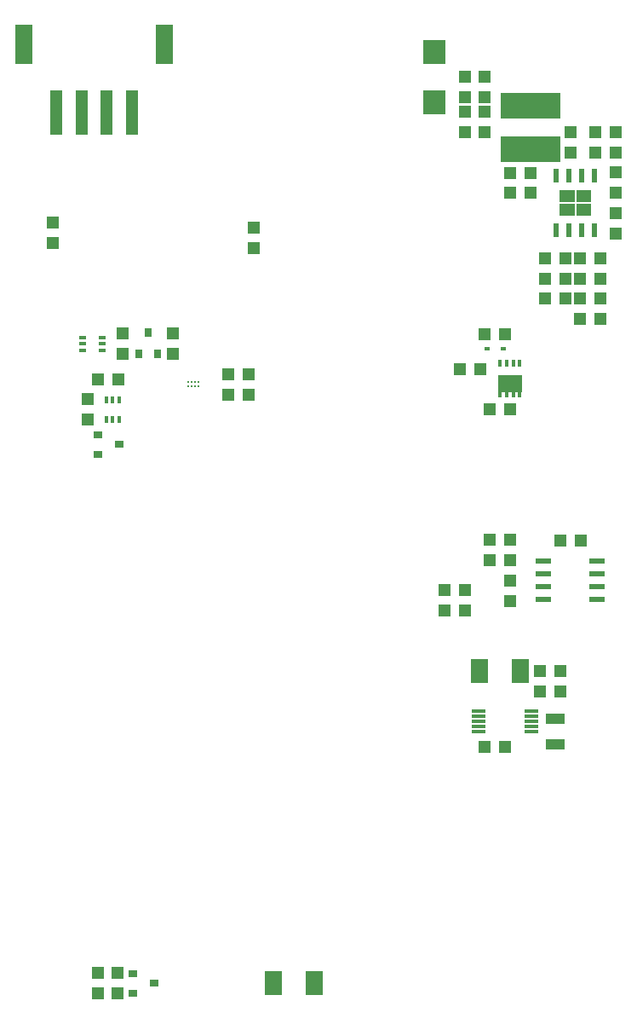
<source format=gbr>
G04 EAGLE Gerber RS-274X export*
G75*
%MOMM*%
%FSLAX34Y34*%
%LPD*%
%INSolderpaste Top*%
%IPPOS*%
%AMOC8*
5,1,8,0,0,1.08239X$1,22.5*%
G01*
%ADD10R,1.538200X0.558000*%
%ADD11R,1.300000X1.200000*%
%ADD12R,1.200000X1.300000*%
%ADD13R,0.558000X1.416800*%
%ADD14R,0.420000X0.700000*%
%ADD15R,0.420000X0.540000*%
%ADD16R,2.370000X1.710000*%
%ADD17R,0.538000X0.400000*%
%ADD18R,6.000000X2.500000*%
%ADD19R,2.203600X2.368000*%
%ADD20R,0.900000X0.800000*%
%ADD21R,1.295400X4.495800*%
%ADD22R,1.803400X3.911600*%
%ADD23R,1.800000X2.400000*%
%ADD24R,0.210000X0.210000*%
%ADD25R,0.800000X0.900000*%
%ADD26R,1.419200X0.297100*%
%ADD27R,1.900000X1.100000*%
%ADD28R,0.400000X0.800000*%
%ADD29R,0.800000X0.400000*%

G36*
X610766Y815875D02*
X610766Y815875D01*
X610768Y815874D01*
X610811Y815894D01*
X610855Y815912D01*
X610855Y815914D01*
X610857Y815915D01*
X610890Y816000D01*
X610890Y827589D01*
X610889Y827591D01*
X610890Y827593D01*
X610870Y827636D01*
X610852Y827680D01*
X610850Y827680D01*
X610849Y827682D01*
X610764Y827715D01*
X596000Y827715D01*
X595998Y827714D01*
X595996Y827715D01*
X595953Y827695D01*
X595909Y827677D01*
X595909Y827675D01*
X595907Y827674D01*
X595874Y827589D01*
X595874Y816000D01*
X595875Y815998D01*
X595874Y815996D01*
X595894Y815953D01*
X595912Y815909D01*
X595914Y815909D01*
X595915Y815907D01*
X596000Y815874D01*
X610764Y815874D01*
X610766Y815875D01*
G37*
G36*
X594002Y815875D02*
X594002Y815875D01*
X594004Y815874D01*
X594047Y815894D01*
X594091Y815912D01*
X594091Y815914D01*
X594093Y815915D01*
X594126Y816000D01*
X594126Y827589D01*
X594125Y827591D01*
X594126Y827593D01*
X594106Y827636D01*
X594088Y827680D01*
X594086Y827680D01*
X594085Y827682D01*
X594000Y827715D01*
X579236Y827715D01*
X579234Y827714D01*
X579232Y827715D01*
X579189Y827695D01*
X579145Y827677D01*
X579145Y827675D01*
X579143Y827674D01*
X579110Y827589D01*
X579110Y816000D01*
X579111Y815998D01*
X579110Y815996D01*
X579130Y815953D01*
X579148Y815909D01*
X579150Y815909D01*
X579151Y815907D01*
X579236Y815874D01*
X594000Y815874D01*
X594002Y815875D01*
G37*
G36*
X610766Y802286D02*
X610766Y802286D01*
X610768Y802285D01*
X610811Y802305D01*
X610855Y802323D01*
X610855Y802325D01*
X610857Y802326D01*
X610890Y802411D01*
X610890Y814000D01*
X610889Y814002D01*
X610890Y814004D01*
X610870Y814047D01*
X610852Y814091D01*
X610850Y814091D01*
X610849Y814093D01*
X610764Y814126D01*
X596000Y814126D01*
X595998Y814125D01*
X595996Y814126D01*
X595953Y814106D01*
X595909Y814088D01*
X595909Y814086D01*
X595907Y814085D01*
X595874Y814000D01*
X595874Y802411D01*
X595875Y802409D01*
X595874Y802407D01*
X595894Y802364D01*
X595912Y802320D01*
X595914Y802320D01*
X595915Y802318D01*
X596000Y802285D01*
X610764Y802285D01*
X610766Y802286D01*
G37*
G36*
X594002Y802286D02*
X594002Y802286D01*
X594004Y802285D01*
X594047Y802305D01*
X594091Y802323D01*
X594091Y802325D01*
X594093Y802326D01*
X594126Y802411D01*
X594126Y814000D01*
X594125Y814002D01*
X594126Y814004D01*
X594106Y814047D01*
X594088Y814091D01*
X594086Y814091D01*
X594085Y814093D01*
X594000Y814126D01*
X579236Y814126D01*
X579234Y814125D01*
X579232Y814126D01*
X579189Y814106D01*
X579145Y814088D01*
X579145Y814086D01*
X579143Y814085D01*
X579110Y814000D01*
X579110Y802411D01*
X579111Y802409D01*
X579110Y802407D01*
X579130Y802364D01*
X579148Y802320D01*
X579150Y802320D01*
X579151Y802318D01*
X579236Y802285D01*
X594000Y802285D01*
X594002Y802286D01*
G37*
D10*
X616797Y420950D03*
X616797Y433650D03*
X616797Y446350D03*
X616797Y459050D03*
X563203Y459050D03*
X563203Y446350D03*
X563203Y433650D03*
X563203Y420950D03*
D11*
X510000Y459840D03*
X510000Y480160D03*
D12*
X579840Y480000D03*
X600160Y480000D03*
D11*
X530000Y459840D03*
X530000Y480160D03*
X529975Y440210D03*
X529975Y419890D03*
D13*
X575950Y788104D03*
X588650Y788104D03*
X601350Y788104D03*
X614050Y788104D03*
X614050Y841896D03*
X601350Y841896D03*
X588650Y841896D03*
X575950Y841896D03*
D14*
X539750Y655978D03*
X533250Y655978D03*
X526750Y655978D03*
X520250Y655978D03*
D15*
X520250Y624222D03*
X526750Y624222D03*
X533250Y624222D03*
X539750Y624222D03*
D16*
X530000Y635450D03*
D12*
X530160Y610000D03*
X509840Y610000D03*
D17*
X522956Y670000D03*
X507044Y670000D03*
D12*
X525160Y685000D03*
X504840Y685000D03*
X479840Y650000D03*
X500160Y650000D03*
X599840Y700000D03*
X620160Y700000D03*
X599840Y720000D03*
X620160Y720000D03*
X585160Y720000D03*
X564840Y720000D03*
X585160Y740000D03*
X564840Y740000D03*
X599840Y740000D03*
X620160Y740000D03*
X599840Y760000D03*
X620160Y760000D03*
X585160Y760000D03*
X564840Y760000D03*
D11*
X635000Y864840D03*
X635000Y885160D03*
X635000Y784840D03*
X635000Y805160D03*
D12*
X529840Y825000D03*
X550160Y825000D03*
X550160Y845000D03*
X529840Y845000D03*
D11*
X635000Y824840D03*
X635000Y845160D03*
X615000Y885160D03*
X615000Y864840D03*
X590000Y885160D03*
X590000Y864840D03*
D18*
X550000Y868250D03*
X550000Y911250D03*
D11*
X505000Y905160D03*
X505000Y884840D03*
X505000Y919840D03*
X505000Y940160D03*
X485000Y905160D03*
X485000Y884840D03*
X485000Y919840D03*
X485000Y940160D03*
D19*
X455000Y915288D03*
X455000Y964712D03*
D20*
X120000Y584500D03*
X120000Y565500D03*
X141000Y575000D03*
D12*
X119840Y640000D03*
X140160Y640000D03*
D11*
X110000Y620160D03*
X110000Y599840D03*
D21*
X154000Y904479D03*
X129000Y904479D03*
X104000Y904479D03*
X79000Y904479D03*
D22*
X186000Y972479D03*
X47000Y972479D03*
D11*
X140000Y29840D03*
X140000Y50160D03*
X120000Y29840D03*
X120000Y50160D03*
D23*
X335250Y40000D03*
X294750Y40000D03*
D12*
X580160Y330000D03*
X559840Y330000D03*
X525160Y275000D03*
X504840Y275000D03*
D11*
X485000Y430160D03*
X485000Y409840D03*
X465000Y430160D03*
X465000Y409840D03*
X75000Y774840D03*
X75000Y795160D03*
X275000Y769840D03*
X275000Y790160D03*
D23*
X540250Y350000D03*
X499750Y350000D03*
D12*
X580160Y350000D03*
X559840Y350000D03*
D24*
X220250Y636750D03*
X220250Y633250D03*
X216750Y633250D03*
X216750Y636750D03*
X213250Y636750D03*
X213250Y633250D03*
X209750Y633250D03*
X209750Y636750D03*
D11*
X270000Y624840D03*
X270000Y645160D03*
X250000Y624840D03*
X250000Y645160D03*
D25*
X160500Y665000D03*
X179500Y665000D03*
X170000Y686000D03*
D11*
X195000Y685160D03*
X195000Y664840D03*
X145000Y685160D03*
X145000Y664840D03*
D20*
X155000Y49500D03*
X155000Y30500D03*
X176000Y40000D03*
D26*
X551463Y290000D03*
X551463Y295000D03*
X551463Y300000D03*
X551463Y305000D03*
X551463Y310000D03*
X498537Y310000D03*
X498537Y305000D03*
X498537Y300000D03*
X498537Y295000D03*
X498537Y290000D03*
D27*
X575000Y302500D03*
X575000Y277500D03*
D28*
X141500Y619700D03*
X135000Y619700D03*
X128500Y619700D03*
X128500Y600300D03*
X135000Y600300D03*
X141500Y600300D03*
D29*
X105300Y681500D03*
X105300Y675000D03*
X105300Y668500D03*
X124700Y668500D03*
X124700Y675000D03*
X124700Y681500D03*
M02*

</source>
